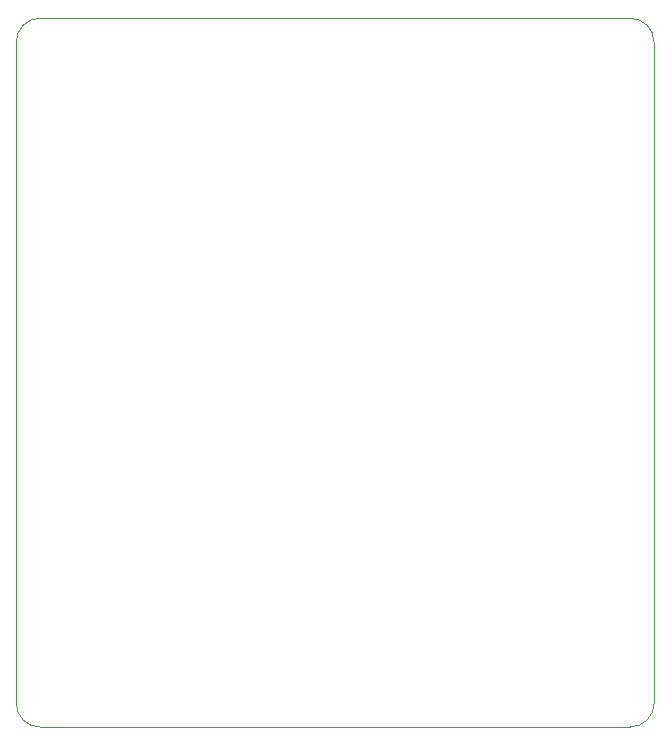
<source format=gbr>
%TF.GenerationSoftware,KiCad,Pcbnew,(5.1.6)-1*%
%TF.CreationDate,2023-06-25T00:19:38-07:00*%
%TF.ProjectId,tremolo,7472656d-6f6c-46f2-9e6b-696361645f70,rev?*%
%TF.SameCoordinates,Original*%
%TF.FileFunction,Profile,NP*%
%FSLAX46Y46*%
G04 Gerber Fmt 4.6, Leading zero omitted, Abs format (unit mm)*
G04 Created by KiCad (PCBNEW (5.1.6)-1) date 2023-06-25 00:19:38*
%MOMM*%
%LPD*%
G01*
G04 APERTURE LIST*
%TA.AperFunction,Profile*%
%ADD10C,0.050000*%
%TD*%
G04 APERTURE END LIST*
D10*
X65500000Y-82500000D02*
G75*
G02*
X67500000Y-80500000I2000000J0D01*
G01*
X67500000Y-140500000D02*
G75*
G02*
X65500000Y-138500000I0J2000000D01*
G01*
X119500000Y-138500000D02*
G75*
G02*
X117500000Y-140500000I-2000000J0D01*
G01*
X117500000Y-80500000D02*
G75*
G02*
X119500000Y-82500000I0J-2000000D01*
G01*
X67500000Y-80500000D02*
X117500000Y-80500000D01*
X65500000Y-138500000D02*
X65500000Y-82500000D01*
X117500000Y-140500000D02*
X67500000Y-140500000D01*
X119500000Y-82500000D02*
X119500000Y-138500000D01*
M02*

</source>
